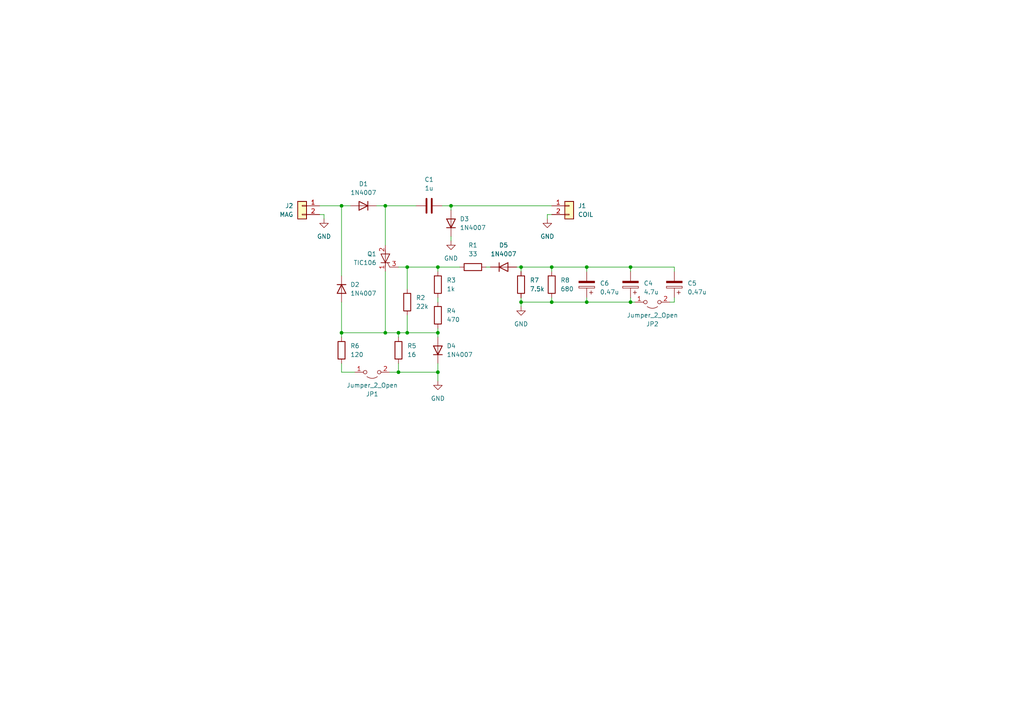
<source format=kicad_sch>
(kicad_sch (version 20230121) (generator eeschema)
  (paper "A4")
  (lib_symbols
    (symbol "Connector_Generic:Conn_01x02" (pin_names (offset 1.016) hide)
      (property "Reference" "J" (at 0 2.54 0))
      (property "Value" "Conn_01x02" (at 0 -5.08 0))
      (symbol "Conn_01x02_1_1"
        (rectangle (start -1.27 -2.413) (end 0 -2.667) (stroke (width 0.1524)))
        (rectangle (start -1.27 0.127) (end 0 -0.127) (stroke (width 0.1524)))
        (rectangle (start -1.27 1.27) (end 1.27 -3.81) (stroke (width 0.254)) (fill (type background)))
        (pin passive line (at -5.08 0 0) (length 3.81) (name "Pin_1") (number "1"))
        (pin passive line (at -5.08 -2.54 0) (length 3.81) (name "Pin_2") (number "2"))
      )
    )
    (symbol "Device:C" (pin_numbers hide) (pin_names (offset 0.254))
      (property "Reference" "C" (at 0.635 2.54 0))
      (property "Value" "C" (at 0.635 -2.54 0))
      (symbol "C_0_1"
        (polyline (pts (xy -2.032 -0.762) (xy 2.032 -0.762)) (stroke (width 0.508)))
        (polyline (pts (xy -2.032 0.762) (xy 2.032 0.762)) (stroke (width 0.508)))
      )
      (symbol "C_1_1"
        (pin passive line (at 0 3.81 270) (length 2.794) (name "~") (number "1"))
        (pin passive line (at 0 -3.81 90) (length 2.794) (name "~") (number "2"))
      )
    )
    (symbol "Device:C_Polarized" (pin_numbers hide) (pin_names (offset 0.254))
      (property "Reference" "C" (at 0.635 2.54 0))
      (property "Value" "C_Polarized" (at 0.635 -2.54 0))
      (symbol "C_Polarized_0_1"
        (rectangle (start -2.286 0.508) (end 2.286 1.016))
        (polyline (pts (xy -1.778 2.286) (xy -0.762 2.286)))
        (polyline (pts (xy -1.27 2.794) (xy -1.27 1.778)))
        (rectangle (start 2.286 -0.508) (end -2.286 -1.016) (fill (type outline)))
      )
      (symbol "C_Polarized_1_1"
        (pin passive line (at 0 3.81 270) (length 2.794) (name "~") (number "1"))
        (pin passive line (at 0 -3.81 90) (length 2.794) (name "~") (number "2"))
      )
    )
    (symbol "Device:R" (pin_numbers hide) (pin_names (offset 0))
      (property "Reference" "R" (at 2.032 0 90))
      (property "Value" "R" (at 0 0 90))
      (symbol "R_0_1"
        (rectangle (start -1.016 -2.54) (end 1.016 2.54) (stroke (width 0.254)))
      )
      (symbol "R_1_1"
        (pin passive line (at 0 3.81 270) (length 1.27) (name "~") (number "1"))
        (pin passive line (at 0 -3.81 90) (length 1.27) (name "~") (number "2"))
      )
    )
    (symbol "Diode:1N4007" (pin_numbers hide) (pin_names hide)
      (property "Reference" "D" (at 0 2.54 0))
      (property "Value" "1N4007" (at 0 -2.54 0))
      (symbol "1N4007_0_1"
        (polyline (pts (xy -1.27 1.27) (xy -1.27 -1.27)) (stroke (width 0.254)))
        (polyline (pts (xy 1.27 0) (xy -1.27 0)))
        (polyline (pts (xy 1.27 1.27) (xy 1.27 -1.27) (xy -1.27 0) (xy 1.27 1.27)) (stroke (width 0.254)))
      )
      (symbol "1N4007_1_1"
        (pin passive line (at -3.81 0 0) (length 2.54) (name "K") (number "1"))
        (pin passive line (at 3.81 0 180) (length 2.54) (name "A") (number "2"))
      )
    )
    (symbol "Jumper:Jumper_2_Open" (pin_names (offset 0) hide)
      (property "Reference" "JP" (at 0 2.794 0))
      (property "Value" "Jumper_2_Open" (at 0 -2.286 0))
      (symbol "Jumper_2_Open_0_0"
        (circle (center -2.032 0) (radius 0.508))
        (circle (center 2.032 0) (radius 0.508))
      )
      (symbol "Jumper_2_Open_0_1"
        (arc (start 1.524 1.27) (mid 0 1.778) (end -1.524 1.27))
      )
      (symbol "Jumper_2_Open_1_1"
        (pin passive line (at -5.08 0 0) (length 2.54) (name "A") (number "1"))
        (pin passive line (at 5.08 0 180) (length 2.54) (name "B") (number "2"))
      )
    )
    (symbol "Triac_Thyristor:TIC106" (pin_names (offset 0) hide)
      (property "Reference" "Q" (at 2.54 1.905 0))
      (property "Value" "TIC106" (at 2.54 0 0))
      (symbol "TIC106_0_1"
        (polyline (pts (xy -1.27 -2.54) (xy -0.635 -1.27)))
        (polyline (pts (xy -1.27 -1.27) (xy 1.27 -1.27)) (stroke (width 0.2032)))
        (polyline (pts (xy 0 -2.54) (xy 0 2.54)))
        (polyline (pts (xy -1.27 1.27) (xy 1.27 1.27) (xy 0 -1.27) (xy -1.27 1.27)) (stroke (width 0.2032)))
      )
      (symbol "TIC106_1_1"
        (pin passive line (at 0 -3.81 90) (length 2.54) (name "K") (number "1"))
        (pin passive line (at 0 3.81 270) (length 2.54) (name "A") (number "2"))
        (pin input line (at -3.81 -2.54 0) (length 2.54) (name "G") (number "3"))
      )
    )
    (symbol "power:GND" (power) (pin_names (offset 0))
      (property "Value" "GND" (at 0 -3.81 0))
      (symbol "GND_0_1"
        (polyline (pts (xy 0 0) (xy 0 -1.27) (xy 1.27 -1.27) (xy 0 -2.54) (xy -1.27 -1.27) (xy 0 -1.27)))
      )
      (symbol "GND_1_1"
        (pin power_in line (at 0 0 270) (length 0) hide (name "GND") (number "1"))
      )
    )
  )
  (junction (at 151.13 77.47))
  (junction (at 127 96.52))
  (junction (at 118.11 77.47))
  (junction (at 111.76 59.69))
  (junction (at 160.02 87.63))
  (junction (at 115.57 107.95))
  (junction (at 99.06 59.69))
  (junction (at 170.18 87.63))
  (junction (at 127 107.95))
  (junction (at 182.88 87.63))
  (junction (at 99.06 96.52))
  (junction (at 111.76 96.52))
  (junction (at 118.11 96.52))
  (junction (at 160.02 77.47))
  (junction (at 130.81 59.69))
  (junction (at 182.88 77.47))
  (junction (at 127 77.47))
  (junction (at 170.18 77.47))
  (junction (at 115.57 96.52))
  (junction (at 151.13 87.63))
  (wire (pts (xy 160.02 77.47) (xy 160.02 78.74)))
  (wire (pts (xy 99.06 87.63) (xy 99.06 96.52)))
  (wire (pts (xy 151.13 86.36) (xy 151.13 87.63)))
  (wire (pts (xy 170.18 87.63) (xy 182.88 87.63)))
  (wire (pts (xy 99.06 59.69) (xy 101.6 59.69)))
  (wire (pts (xy 151.13 77.47) (xy 160.02 77.47)))
  (wire (pts (xy 170.18 86.36) (xy 170.18 87.63)))
  (wire (pts (xy 158.75 62.23) (xy 158.75 63.5)))
  (wire (pts (xy 127 77.47) (xy 127 78.74)))
  (wire (pts (xy 182.88 77.47) (xy 195.58 77.47)))
  (wire (pts (xy 118.11 77.47) (xy 118.11 83.82)))
  (wire (pts (xy 127 86.36) (xy 127 87.63)))
  (wire (pts (xy 151.13 77.47) (xy 151.13 78.74)))
  (wire (pts (xy 115.57 105.41) (xy 115.57 107.95)))
  (wire (pts (xy 115.57 97.79) (xy 115.57 96.52)))
  (wire (pts (xy 99.06 97.79) (xy 99.06 96.52)))
  (wire (pts (xy 111.76 59.69) (xy 111.76 71.12)))
  (wire (pts (xy 113.03 107.95) (xy 115.57 107.95)))
  (wire (pts (xy 130.81 68.58) (xy 130.81 69.85)))
  (wire (pts (xy 182.88 87.63) (xy 184.15 87.63)))
  (wire (pts (xy 128.27 59.69) (xy 130.81 59.69)))
  (wire (pts (xy 140.97 77.47) (xy 142.24 77.47)))
  (wire (pts (xy 93.98 62.23) (xy 93.98 63.5)))
  (wire (pts (xy 118.11 91.44) (xy 118.11 96.52)))
  (wire (pts (xy 130.81 59.69) (xy 130.81 60.96)))
  (wire (pts (xy 118.11 77.47) (xy 127 77.47)))
  (wire (pts (xy 160.02 87.63) (xy 170.18 87.63)))
  (wire (pts (xy 99.06 96.52) (xy 111.76 96.52)))
  (wire (pts (xy 115.57 77.47) (xy 118.11 77.47)))
  (wire (pts (xy 111.76 59.69) (xy 120.65 59.69)))
  (wire (pts (xy 130.81 59.69) (xy 160.02 59.69)))
  (wire (pts (xy 127 97.79) (xy 127 96.52)))
  (wire (pts (xy 182.88 77.47) (xy 182.88 78.74)))
  (wire (pts (xy 115.57 96.52) (xy 118.11 96.52)))
  (wire (pts (xy 99.06 107.95) (xy 102.87 107.95)))
  (wire (pts (xy 194.31 87.63) (xy 195.58 87.63)))
  (wire (pts (xy 151.13 87.63) (xy 151.13 88.9)))
  (wire (pts (xy 92.71 62.23) (xy 93.98 62.23)))
  (wire (pts (xy 170.18 77.47) (xy 170.18 78.74)))
  (wire (pts (xy 170.18 77.47) (xy 182.88 77.47)))
  (wire (pts (xy 111.76 96.52) (xy 115.57 96.52)))
  (wire (pts (xy 127 105.41) (xy 127 107.95)))
  (wire (pts (xy 127 95.25) (xy 127 96.52)))
  (wire (pts (xy 127 96.52) (xy 118.11 96.52)))
  (wire (pts (xy 195.58 77.47) (xy 195.58 78.74)))
  (wire (pts (xy 160.02 86.36) (xy 160.02 87.63)))
  (wire (pts (xy 160.02 77.47) (xy 170.18 77.47)))
  (wire (pts (xy 149.86 77.47) (xy 151.13 77.47)))
  (wire (pts (xy 99.06 80.01) (xy 99.06 59.69)))
  (wire (pts (xy 109.22 59.69) (xy 111.76 59.69)))
  (wire (pts (xy 115.57 107.95) (xy 127 107.95)))
  (wire (pts (xy 127 77.47) (xy 133.35 77.47)))
  (wire (pts (xy 195.58 87.63) (xy 195.58 86.36)))
  (wire (pts (xy 160.02 62.23) (xy 158.75 62.23)))
  (wire (pts (xy 151.13 87.63) (xy 160.02 87.63)))
  (wire (pts (xy 182.88 86.36) (xy 182.88 87.63)))
  (wire (pts (xy 99.06 105.41) (xy 99.06 107.95)))
  (wire (pts (xy 92.71 59.69) (xy 99.06 59.69)))
  (wire (pts (xy 127 107.95) (xy 127 110.49)))
  (wire (pts (xy 111.76 78.74) (xy 111.76 96.52)))
  (symbol (lib_id "Connector_Generic:Conn_01x02") (at 87.63 59.69 0) (mirror y) (unit 1)
    (property "Reference" "J2" (at 85.09 59.69 0) (effects (justify left)))
    (property "Value" "MAG" (at 85.09 62.23 0) (effects (justify left)))
    (property "Footprint" "Connector_Wire:SolderWire-2.5sqmm_1x02_P7.2mm_D2.4mm_OD3.6mm" (effects hide))
  )
  (symbol (lib_id "Diode:1N4007") (at 127 101.6 90) (unit 1)
    (property "Reference" "D4" (at 129.54 100.33 90) (effects (justify right)))
    (property "Value" "1N4007" (at 129.54 102.87 90) (effects (justify right)))
    (property "Footprint" "Diode_THT:D_DO-41_SOD81_P7.62mm_Horizontal" (effects hide))
    (property "Datasheet" "http://www.vishay.com/docs/88503/1n4001.pdf" (effects hide))
    (property "Sim.Device" "D" (effects hide))
    (property "Sim.Pins" "1=K 2=A" (effects hide))
  )
  (symbol (lib_id "power:GND") (at 158.75 63.5 0) (unit 1)
    (property "Reference" "#PWR04" (effects hide))
    (property "Value" "GND" (at 158.75 68.58 0))
  )
  (symbol (lib_id "Diode:1N4007") (at 105.41 59.69 180) (unit 1)
    (property "Reference" "D1" (at 105.41 53.34 0))
    (property "Value" "1N4007" (at 105.41 55.88 0))
    (property "Footprint" "Diode_THT:D_DO-41_SOD81_P7.62mm_Horizontal" (effects hide))
    (property "Datasheet" "http://www.vishay.com/docs/88503/1n4001.pdf" (effects hide))
    (property "Sim.Device" "D" (effects hide))
    (property "Sim.Pins" "1=K 2=A" (effects hide))
  )
  (symbol (lib_id "power:GND") (at 93.98 63.5 0) (unit 1)
    (property "Reference" "#PWR05" (effects hide))
    (property "Value" "GND" (at 93.98 68.58 0))
  )
  (symbol (lib_id "Device:R") (at 151.13 82.55 180) (unit 1)
    (property "Reference" "R7" (at 153.67 81.28 0) (effects (justify right)))
    (property "Value" "7.5k" (at 153.67 83.82 0) (effects (justify right)))
    (property "Footprint" "Resistor_THT:R_Axial_DIN0207_L6.3mm_D2.5mm_P7.62mm_Horizontal" (effects hide))
  )
  (symbol (lib_id "Diode:1N4007") (at 130.81 64.77 90) (unit 1)
    (property "Reference" "D3" (at 133.35 63.5 90) (effects (justify right)))
    (property "Value" "1N4007" (at 133.35 66.04 90) (effects (justify right)))
    (property "Footprint" "Diode_THT:D_DO-41_SOD81_P7.62mm_Horizontal" (effects hide))
    (property "Datasheet" "http://www.vishay.com/docs/88503/1n4001.pdf" (effects hide))
    (property "Sim.Device" "D" (effects hide))
    (property "Sim.Pins" "1=K 2=A" (effects hide))
  )
  (symbol (lib_id "Device:R") (at 127 82.55 180) (unit 1)
    (property "Reference" "R3" (at 129.54 81.28 0) (effects (justify right)))
    (property "Value" "1k" (at 129.54 83.82 0) (effects (justify right)))
    (property "Footprint" "Resistor_THT:R_Axial_DIN0207_L6.3mm_D2.5mm_P7.62mm_Horizontal" (effects hide))
  )
  (symbol (lib_id "Jumper:Jumper_2_Open") (at 107.95 107.95 0) (mirror x) (unit 1)
    (property "Reference" "JP1" (at 107.95 114.3 0))
    (property "Value" "Jumper_2_Open" (at 107.95 111.76 0))
    (property "Footprint" "Connector_PinHeader_2.54mm:PinHeader_1x02_P2.54mm_Vertical" (effects hide))
  )
  (symbol (lib_id "power:GND") (at 127 110.49 0) (unit 1)
    (property "Reference" "#PWR02" (effects hide))
    (property "Value" "GND" (at 127 115.57 0))
  )
  (symbol (lib_id "Device:R") (at 118.11 87.63 180) (unit 1)
    (property "Reference" "R2" (at 120.65 86.36 0) (effects (justify right)))
    (property "Value" "22k" (at 120.65 88.9 0) (effects (justify right)))
    (property "Footprint" "Resistor_THT:R_Axial_DIN0207_L6.3mm_D2.5mm_P7.62mm_Horizontal" (effects hide))
  )
  (symbol (lib_id "Device:C_Polarized") (at 170.18 82.55 180) (unit 1)
    (property "Reference" "C6" (at 173.99 82.169 0) (effects (justify right)))
    (property "Value" "0.47u" (at 173.99 84.709 0) (effects (justify right)))
    (property "Footprint" "Capacitor_THT:CP_Radial_Tantal_D5.5mm_P5.00mm" (effects hide))
  )
  (symbol (lib_id "Device:R") (at 127 91.44 180) (unit 1)
    (property "Reference" "R4" (at 129.54 90.17 0) (effects (justify right)))
    (property "Value" "470" (at 129.54 92.71 0) (effects (justify right)))
    (property "Footprint" "Resistor_THT:R_Axial_DIN0207_L6.3mm_D2.5mm_P7.62mm_Horizontal" (effects hide))
  )
  (symbol (lib_id "Device:C") (at 124.46 59.69 90) (unit 1)
    (property "Reference" "C1" (at 124.46 52.07 90))
    (property "Value" "1u" (at 124.46 54.61 90))
    (property "Footprint" "Capacitor_THT:C_Rect_L26.5mm_W10.5mm_P22.50mm_MKS4" (effects hide))
  )
  (symbol (lib_id "Device:R") (at 115.57 101.6 180) (unit 1)
    (property "Reference" "R5" (at 118.11 100.33 0) (effects (justify right)))
    (property "Value" "16" (at 118.11 102.87 0) (effects (justify right)))
    (property "Footprint" "Resistor_THT:R_Axial_DIN0207_L6.3mm_D2.5mm_P7.62mm_Horizontal" (effects hide))
  )
  (symbol (lib_id "Triac_Thyristor:TIC106") (at 111.76 74.93 0) (mirror y) (unit 1)
    (property "Reference" "Q1" (at 109.22 73.66 0) (effects (justify left)))
    (property "Value" "TIC106" (at 109.22 76.2 0) (effects (justify left)))
    (property "Footprint" "Package_TO_SOT_THT:TO-220-3_Vertical" (effects hide))
    (property "Datasheet" "http://pdf.datasheetcatalog.com/datasheet/PowerInnovations/mXyzrtvs.pdf" (effects hide))
  )
  (symbol (lib_id "Device:R") (at 99.06 101.6 180) (unit 1)
    (property "Reference" "R6" (at 101.6 100.33 0) (effects (justify right)))
    (property "Value" "120" (at 101.6 102.87 0) (effects (justify right)))
    (property "Footprint" "Resistor_THT:R_Axial_DIN0207_L6.3mm_D2.5mm_P7.62mm_Horizontal" (effects hide))
  )
  (symbol (lib_id "Connector_Generic:Conn_01x02") (at 165.1 59.69 0) (unit 1)
    (property "Reference" "J1" (at 167.64 59.69 0) (effects (justify left)))
    (property "Value" "COIL" (at 167.64 62.23 0) (effects (justify left)))
    (property "Footprint" "Connector_Wire:SolderWire-2.5sqmm_1x02_P7.2mm_D2.4mm_OD3.6mm" (effects hide))
  )
  (symbol (lib_id "Device:R") (at 160.02 82.55 180) (unit 1)
    (property "Reference" "R8" (at 162.56 81.28 0) (effects (justify right)))
    (property "Value" "680" (at 162.56 83.82 0) (effects (justify right)))
    (property "Footprint" "Resistor_THT:R_Axial_DIN0207_L6.3mm_D2.5mm_P7.62mm_Horizontal" (effects hide))
  )
  (symbol (lib_id "power:GND") (at 130.81 69.85 0) (unit 1)
    (property "Reference" "#PWR03" (effects hide))
    (property "Value" "GND" (at 130.81 74.93 0))
  )
  (symbol (lib_id "power:GND") (at 151.13 88.9 0) (unit 1)
    (property "Reference" "#PWR01" (effects hide))
    (property "Value" "GND" (at 151.13 93.98 0))
  )
  (symbol (lib_id "Device:C_Polarized") (at 195.58 82.55 180) (unit 1)
    (property "Reference" "C5" (at 199.39 82.169 0) (effects (justify right)))
    (property "Value" "0.47u" (at 199.39 84.709 0) (effects (justify right)))
    (property "Footprint" "Capacitor_THT:CP_Radial_Tantal_D5.5mm_P5.00mm" (effects hide))
  )
  (symbol (lib_id "Diode:1N4007") (at 99.06 83.82 270) (unit 1)
    (property "Reference" "D2" (at 101.6 82.55 90) (effects (justify left)))
    (property "Value" "1N4007" (at 101.6 85.09 90) (effects (justify left)))
    (property "Footprint" "Diode_THT:D_DO-41_SOD81_P7.62mm_Horizontal" (effects hide))
    (property "Datasheet" "http://www.vishay.com/docs/88503/1n4001.pdf" (effects hide))
    (property "Sim.Device" "D" (effects hide))
    (property "Sim.Pins" "1=K 2=A" (effects hide))
  )
  (symbol (lib_id "Diode:1N4007") (at 146.05 77.47 0) (unit 1)
    (property "Reference" "D5" (at 146.05 71.12 0))
    (property "Value" "1N4007" (at 146.05 73.66 0))
    (property "Footprint" "Diode_THT:D_DO-41_SOD81_P7.62mm_Horizontal" (effects hide))
    (property "Datasheet" "http://www.vishay.com/docs/88503/1n4001.pdf" (effects hide))
    (property "Sim.Device" "D" (effects hide))
    (property "Sim.Pins" "1=K 2=A" (effects hide))
  )
  (symbol (lib_id "Device:C_Polarized") (at 182.88 82.55 180) (unit 1)
    (property "Reference" "C4" (at 186.69 82.169 0) (effects (justify right)))
    (property "Value" "4.7u" (at 186.69 84.709 0) (effects (justify right)))
    (property "Footprint" "Capacitor_THT:CP_Radial_Tantal_D5.5mm_P5.00mm" (effects hide))
  )
  (symbol (lib_id "Jumper:Jumper_2_Open") (at 189.23 87.63 0) (mirror x) (unit 1)
    (property "Reference" "JP2" (at 189.23 93.98 0))
    (property "Value" "Jumper_2_Open" (at 189.23 91.44 0))
    (property "Footprint" "Connector_PinHeader_2.54mm:PinHeader_1x02_P2.54mm_Vertical" (effects hide))
  )
  (symbol (lib_id "Device:R") (at 137.16 77.47 90) (unit 1)
    (property "Reference" "R1" (at 137.16 71.12 90))
    (property "Value" "33" (at 137.16 73.66 90))
    (property "Footprint" "Resistor_THT:R_Axial_DIN0207_L6.3mm_D2.5mm_P7.62mm_Horizontal" (effects hide))
  )
)
</source>
